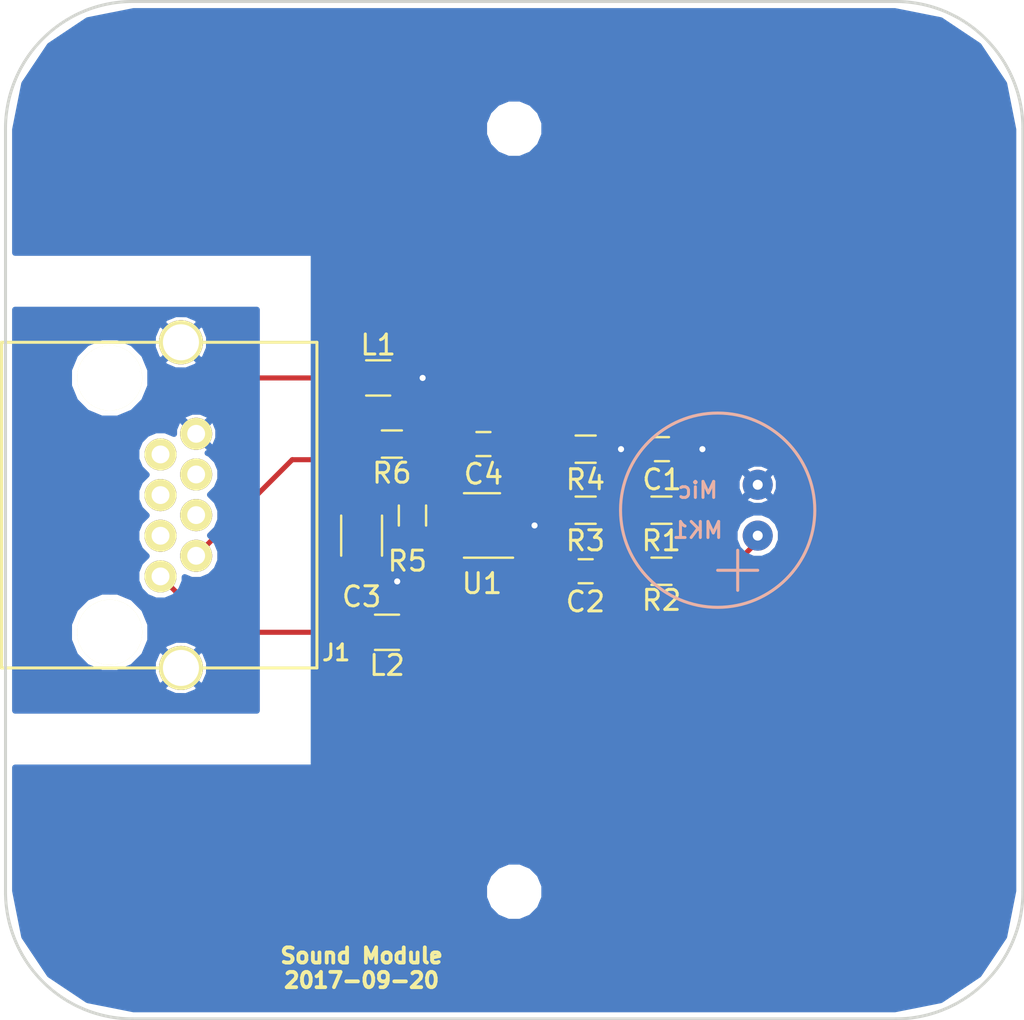
<source format=kicad_pcb>
(kicad_pcb (version 4) (host pcbnew 4.0.5)

  (general
    (links 26)
    (no_connects 0)
    (area 24.925069 25.324999 76.275001 76.275001)
    (thickness 1.6)
    (drawings 9)
    (tracks 71)
    (zones 0)
    (modules 17)
    (nets 11)
  )

  (page A4)
  (layers
    (0 F.Cu signal)
    (31 B.Cu signal)
    (32 B.Adhes user)
    (33 F.Adhes user)
    (34 B.Paste user)
    (35 F.Paste user)
    (36 B.SilkS user)
    (37 F.SilkS user)
    (38 B.Mask user)
    (39 F.Mask user)
    (40 Dwgs.User user)
    (41 Cmts.User user)
    (42 Eco1.User user)
    (43 Eco2.User user)
    (44 Edge.Cuts user)
    (45 Margin user)
    (46 B.CrtYd user)
    (47 F.CrtYd user)
    (48 B.Fab user)
    (49 F.Fab user)
  )

  (setup
    (last_trace_width 0.25)
    (trace_clearance 0.2)
    (zone_clearance 0.254)
    (zone_45_only yes)
    (trace_min 0.2)
    (segment_width 0.2)
    (edge_width 0.15)
    (via_size 0.6)
    (via_drill 0.4)
    (via_min_size 0.4)
    (via_min_drill 0.3)
    (uvia_size 0.3)
    (uvia_drill 0.1)
    (uvias_allowed no)
    (uvia_min_size 0.2)
    (uvia_min_drill 0.1)
    (pcb_text_width 0.3)
    (pcb_text_size 1.5 1.5)
    (mod_edge_width 0.15)
    (mod_text_size 1 1)
    (mod_text_width 0.15)
    (pad_size 1.524 1.524)
    (pad_drill 0.762)
    (pad_to_mask_clearance 0.2)
    (aux_axis_origin 0 0)
    (visible_elements 7FFFFF7F)
    (pcbplotparams
      (layerselection 0x00030_80000001)
      (usegerberextensions false)
      (excludeedgelayer true)
      (linewidth 0.150000)
      (plotframeref false)
      (viasonmask false)
      (mode 1)
      (useauxorigin false)
      (hpglpennumber 1)
      (hpglpenspeed 20)
      (hpglpendiameter 15)
      (hpglpenoverlay 2)
      (psnegative false)
      (psa4output false)
      (plotreference true)
      (plotvalue true)
      (plotinvisibletext false)
      (padsonsilk false)
      (subtractmaskfromsilk false)
      (outputformat 1)
      (mirror false)
      (drillshape 1)
      (scaleselection 1)
      (outputdirectory ""))
  )

  (net 0 "")
  (net 1 GND)
  (net 2 "Net-(C1-Pad1)")
  (net 3 "Net-(C2-Pad2)")
  (net 4 "Net-(C2-Pad1)")
  (net 5 "Net-(C3-Pad2)")
  (net 6 /AN_VAL)
  (net 7 "Net-(C4-Pad1)")
  (net 8 "Net-(J1-Pad8)")
  (net 9 "Net-(J1-Pad1)")
  (net 10 +3V3)

  (net_class Default "This is the default net class."
    (clearance 0.2)
    (trace_width 0.25)
    (via_dia 0.6)
    (via_drill 0.4)
    (uvia_dia 0.3)
    (uvia_drill 0.1)
    (add_net +3V3)
    (add_net /AN_VAL)
    (add_net GND)
    (add_net "Net-(C1-Pad1)")
    (add_net "Net-(C2-Pad1)")
    (add_net "Net-(C2-Pad2)")
    (add_net "Net-(C3-Pad2)")
    (add_net "Net-(C4-Pad1)")
    (add_net "Net-(J1-Pad1)")
    (add_net "Net-(J1-Pad8)")
  )

  (module CA6:RJ45_pcbwing (layer F.Cu) (tedit 59C2CDF0) (tstamp 59C12D05)
    (at 33.02 50.546 270)
    (path /59BF1311)
    (fp_text reference J1 (at 7.366 -8.89 360) (layer F.SilkS)
      (effects (font (size 0.8 0.8) (thickness 0.15)))
    )
    (fp_text value JACK_RJ45 (at -5.08 -8.636 270) (layer F.SilkS) hide
      (effects (font (size 0.8 0.8) (thickness 0.15)))
    )
    (fp_line (start -8.13 7.82) (end -8.13 -7.93) (layer F.SilkS) (width 0.14986))
    (fp_line (start -8.13 -7.93) (end 8.13 -7.93) (layer F.SilkS) (width 0.14986))
    (fp_line (start 8.13 -7.93) (end 8.13 7.82) (layer F.SilkS) (width 0.14986))
    (fp_line (start 8.13 7.82) (end -8.13 7.82) (layer F.SilkS) (width 0.14986))
    (pad 8 thru_hole circle (at -8.13 -1.14 270) (size 2.2 2.2) (drill 1.8) (layers *.Cu *.Mask F.SilkS)
      (net 8 "Net-(J1-Pad8)"))
    (pad 8 thru_hole circle (at 8.13 -1.14 270) (size 2.2 2.2) (drill 1.8) (layers *.Cu *.Mask F.SilkS)
      (net 8 "Net-(J1-Pad8)"))
    (pad "" np_thru_hole circle (at -6.35 2.42 270) (size 3.25 3.25) (drill 3.25) (layers *.Cu *.Mask F.SilkS))
    (pad "" np_thru_hole circle (at 6.35 2.42 270) (size 3.25 3.25) (drill 3.25) (layers *.Cu *.Mask F.SilkS))
    (pad 5 thru_hole circle (at -0.5 -0.12 270) (size 1.6 1.6) (drill 0.89) (layers *.Cu *.Mask F.SilkS))
    (pad 3 thru_hole circle (at 1.53 -0.12 270) (size 1.6 1.6) (drill 0.89) (layers *.Cu *.Mask F.SilkS))
    (pad 6 thru_hole circle (at -1.53 -1.9 270) (size 1.6 1.6) (drill 0.89) (layers *.Cu *.Mask F.SilkS))
    (pad 4 thru_hole circle (at 0.5 -1.9 270) (size 1.6 1.6) (drill 0.89) (layers *.Cu *.Mask F.SilkS))
    (pad 8 thru_hole circle (at -3.56 -1.9 270) (size 1.6 1.6) (drill 0.89) (layers *.Cu *.Mask F.SilkS)
      (net 8 "Net-(J1-Pad8)"))
    (pad 7 thru_hole circle (at -2.53 -0.12 270) (size 1.6 1.6) (drill 0.89) (layers *.Cu *.Mask F.SilkS))
    (pad 2 thru_hole circle (at 2.53 -1.9 270) (size 1.6 1.6) (drill 0.89) (layers *.Cu *.Mask F.SilkS)
      (net 6 /AN_VAL))
    (pad 1 thru_hole circle (at 3.56 -0.12 270) (size 1.6 1.6) (drill 0.89) (layers *.Cu *.Mask F.SilkS)
      (net 9 "Net-(J1-Pad1)"))
  )

  (module Capacitors_SMD:C_0603 (layer F.Cu) (tedit 59958EE7) (tstamp 59C12CBE)
    (at 58.178 47.752)
    (descr "Capacitor SMD 0603, reflow soldering, AVX (see smccp.pdf)")
    (tags "capacitor 0603")
    (path /59BF0968)
    (attr smd)
    (fp_text reference C1 (at 0 1.524) (layer F.SilkS)
      (effects (font (size 1 1) (thickness 0.15)))
    )
    (fp_text value 0.1uF (at 0 1.5) (layer F.Fab)
      (effects (font (size 1 1) (thickness 0.15)))
    )
    (fp_line (start 1.4 0.65) (end -1.4 0.65) (layer F.CrtYd) (width 0.05))
    (fp_line (start 1.4 0.65) (end 1.4 -0.65) (layer F.CrtYd) (width 0.05))
    (fp_line (start -1.4 -0.65) (end -1.4 0.65) (layer F.CrtYd) (width 0.05))
    (fp_line (start -1.4 -0.65) (end 1.4 -0.65) (layer F.CrtYd) (width 0.05))
    (fp_line (start 0.35 0.6) (end -0.35 0.6) (layer F.SilkS) (width 0.12))
    (fp_line (start -0.35 -0.6) (end 0.35 -0.6) (layer F.SilkS) (width 0.12))
    (fp_line (start -0.8 -0.4) (end 0.8 -0.4) (layer F.Fab) (width 0.1))
    (fp_line (start 0.8 -0.4) (end 0.8 0.4) (layer F.Fab) (width 0.1))
    (fp_line (start 0.8 0.4) (end -0.8 0.4) (layer F.Fab) (width 0.1))
    (fp_line (start -0.8 0.4) (end -0.8 -0.4) (layer F.Fab) (width 0.1))
    (fp_text user %R (at 0 0) (layer F.Fab)
      (effects (font (size 0.3 0.3) (thickness 0.075)))
    )
    (pad 2 smd rect (at 0.75 0) (size 0.8 0.75) (layers F.Cu F.Paste F.Mask)
      (net 1 GND))
    (pad 1 smd rect (at -0.75 0) (size 0.8 0.75) (layers F.Cu F.Paste F.Mask)
      (net 2 "Net-(C1-Pad1)"))
    (model Capacitors_SMD.3dshapes/C_0603.wrl
      (at (xyz 0 0 0))
      (scale (xyz 1 1 1))
      (rotate (xyz 0 0 0))
    )
  )

  (module Capacitors_SMD:C_0603 (layer F.Cu) (tedit 59958EE7) (tstamp 59C12CCF)
    (at 54.368 53.848)
    (descr "Capacitor SMD 0603, reflow soldering, AVX (see smccp.pdf)")
    (tags "capacitor 0603")
    (path /59BFDB54)
    (attr smd)
    (fp_text reference C2 (at -0.012 1.524) (layer F.SilkS)
      (effects (font (size 1 1) (thickness 0.15)))
    )
    (fp_text value 0.01uF (at 0 1.5) (layer F.Fab)
      (effects (font (size 1 1) (thickness 0.15)))
    )
    (fp_line (start 1.4 0.65) (end -1.4 0.65) (layer F.CrtYd) (width 0.05))
    (fp_line (start 1.4 0.65) (end 1.4 -0.65) (layer F.CrtYd) (width 0.05))
    (fp_line (start -1.4 -0.65) (end -1.4 0.65) (layer F.CrtYd) (width 0.05))
    (fp_line (start -1.4 -0.65) (end 1.4 -0.65) (layer F.CrtYd) (width 0.05))
    (fp_line (start 0.35 0.6) (end -0.35 0.6) (layer F.SilkS) (width 0.12))
    (fp_line (start -0.35 -0.6) (end 0.35 -0.6) (layer F.SilkS) (width 0.12))
    (fp_line (start -0.8 -0.4) (end 0.8 -0.4) (layer F.Fab) (width 0.1))
    (fp_line (start 0.8 -0.4) (end 0.8 0.4) (layer F.Fab) (width 0.1))
    (fp_line (start 0.8 0.4) (end -0.8 0.4) (layer F.Fab) (width 0.1))
    (fp_line (start -0.8 0.4) (end -0.8 -0.4) (layer F.Fab) (width 0.1))
    (fp_text user %R (at 0 0) (layer F.Fab)
      (effects (font (size 0.3 0.3) (thickness 0.075)))
    )
    (pad 2 smd rect (at 0.75 0) (size 0.8 0.75) (layers F.Cu F.Paste F.Mask)
      (net 3 "Net-(C2-Pad2)"))
    (pad 1 smd rect (at -0.75 0) (size 0.8 0.75) (layers F.Cu F.Paste F.Mask)
      (net 4 "Net-(C2-Pad1)"))
    (model Capacitors_SMD.3dshapes/C_0603.wrl
      (at (xyz 0 0 0))
      (scale (xyz 1 1 1))
      (rotate (xyz 0 0 0))
    )
  )

  (module Capacitors_SMD:C_1206 (layer F.Cu) (tedit 58AA84B8) (tstamp 59C12CE0)
    (at 43.18 52.07 90)
    (descr "Capacitor SMD 1206, reflow soldering, AVX (see smccp.pdf)")
    (tags "capacitor 1206")
    (path /59BFEF22)
    (attr smd)
    (fp_text reference C3 (at -3.048 0 180) (layer F.SilkS)
      (effects (font (size 1 1) (thickness 0.15)))
    )
    (fp_text value 10uF (at 0 2 90) (layer F.Fab)
      (effects (font (size 1 1) (thickness 0.15)))
    )
    (fp_text user %R (at 0 -1.75 90) (layer F.Fab)
      (effects (font (size 1 1) (thickness 0.15)))
    )
    (fp_line (start -1.6 0.8) (end -1.6 -0.8) (layer F.Fab) (width 0.1))
    (fp_line (start 1.6 0.8) (end -1.6 0.8) (layer F.Fab) (width 0.1))
    (fp_line (start 1.6 -0.8) (end 1.6 0.8) (layer F.Fab) (width 0.1))
    (fp_line (start -1.6 -0.8) (end 1.6 -0.8) (layer F.Fab) (width 0.1))
    (fp_line (start 1 -1.02) (end -1 -1.02) (layer F.SilkS) (width 0.12))
    (fp_line (start -1 1.02) (end 1 1.02) (layer F.SilkS) (width 0.12))
    (fp_line (start -2.25 -1.05) (end 2.25 -1.05) (layer F.CrtYd) (width 0.05))
    (fp_line (start -2.25 -1.05) (end -2.25 1.05) (layer F.CrtYd) (width 0.05))
    (fp_line (start 2.25 1.05) (end 2.25 -1.05) (layer F.CrtYd) (width 0.05))
    (fp_line (start 2.25 1.05) (end -2.25 1.05) (layer F.CrtYd) (width 0.05))
    (pad 1 smd rect (at -1.5 0 90) (size 1 1.6) (layers F.Cu F.Paste F.Mask)
      (net 1 GND))
    (pad 2 smd rect (at 1.5 0 90) (size 1 1.6) (layers F.Cu F.Paste F.Mask)
      (net 5 "Net-(C3-Pad2)"))
    (model Capacitors_SMD.3dshapes/C_1206.wrl
      (at (xyz 0 0 0))
      (scale (xyz 1 1 1))
      (rotate (xyz 0 0 0))
    )
  )

  (module Capacitors_SMD:C_0603 (layer F.Cu) (tedit 59958EE7) (tstamp 59C12CF1)
    (at 49.264 47.498 180)
    (descr "Capacitor SMD 0603, reflow soldering, AVX (see smccp.pdf)")
    (tags "capacitor 0603")
    (path /59BFF149)
    (attr smd)
    (fp_text reference C4 (at 0 -1.5 180) (layer F.SilkS)
      (effects (font (size 1 1) (thickness 0.15)))
    )
    (fp_text value 100pF (at 0 1.5 180) (layer F.Fab)
      (effects (font (size 1 1) (thickness 0.15)))
    )
    (fp_line (start 1.4 0.65) (end -1.4 0.65) (layer F.CrtYd) (width 0.05))
    (fp_line (start 1.4 0.65) (end 1.4 -0.65) (layer F.CrtYd) (width 0.05))
    (fp_line (start -1.4 -0.65) (end -1.4 0.65) (layer F.CrtYd) (width 0.05))
    (fp_line (start -1.4 -0.65) (end 1.4 -0.65) (layer F.CrtYd) (width 0.05))
    (fp_line (start 0.35 0.6) (end -0.35 0.6) (layer F.SilkS) (width 0.12))
    (fp_line (start -0.35 -0.6) (end 0.35 -0.6) (layer F.SilkS) (width 0.12))
    (fp_line (start -0.8 -0.4) (end 0.8 -0.4) (layer F.Fab) (width 0.1))
    (fp_line (start 0.8 -0.4) (end 0.8 0.4) (layer F.Fab) (width 0.1))
    (fp_line (start 0.8 0.4) (end -0.8 0.4) (layer F.Fab) (width 0.1))
    (fp_line (start -0.8 0.4) (end -0.8 -0.4) (layer F.Fab) (width 0.1))
    (fp_text user %R (at 0 0 180) (layer F.Fab)
      (effects (font (size 0.3 0.3) (thickness 0.075)))
    )
    (pad 2 smd rect (at 0.75 0 180) (size 0.8 0.75) (layers F.Cu F.Paste F.Mask)
      (net 6 /AN_VAL))
    (pad 1 smd rect (at -0.75 0 180) (size 0.8 0.75) (layers F.Cu F.Paste F.Mask)
      (net 7 "Net-(C4-Pad1)"))
    (model Capacitors_SMD.3dshapes/C_0603.wrl
      (at (xyz 0 0 0))
      (scale (xyz 1 1 1))
      (rotate (xyz 0 0 0))
    )
  )

  (module Resistors_SMD:R_0805 (layer F.Cu) (tedit 59C2CDF6) (tstamp 59C12D16)
    (at 44.008 44.196)
    (descr "Resistor SMD 0805, reflow soldering, Vishay (see dcrcw.pdf)")
    (tags "resistor 0805")
    (path /59C00684)
    (attr smd)
    (fp_text reference L1 (at 0 -1.65) (layer F.SilkS)
      (effects (font (size 1 1) (thickness 0.15)))
    )
    (fp_text value Ferrite_Bead (at 0 1.75) (layer F.Fab) hide
      (effects (font (size 1 1) (thickness 0.15)))
    )
    (fp_text user %R (at 0 0) (layer F.Fab)
      (effects (font (size 0.5 0.5) (thickness 0.075)))
    )
    (fp_line (start -1 0.62) (end -1 -0.62) (layer F.Fab) (width 0.1))
    (fp_line (start 1 0.62) (end -1 0.62) (layer F.Fab) (width 0.1))
    (fp_line (start 1 -0.62) (end 1 0.62) (layer F.Fab) (width 0.1))
    (fp_line (start -1 -0.62) (end 1 -0.62) (layer F.Fab) (width 0.1))
    (fp_line (start 0.6 0.88) (end -0.6 0.88) (layer F.SilkS) (width 0.12))
    (fp_line (start -0.6 -0.88) (end 0.6 -0.88) (layer F.SilkS) (width 0.12))
    (fp_line (start -1.55 -0.9) (end 1.55 -0.9) (layer F.CrtYd) (width 0.05))
    (fp_line (start -1.55 -0.9) (end -1.55 0.9) (layer F.CrtYd) (width 0.05))
    (fp_line (start 1.55 0.9) (end 1.55 -0.9) (layer F.CrtYd) (width 0.05))
    (fp_line (start 1.55 0.9) (end -1.55 0.9) (layer F.CrtYd) (width 0.05))
    (pad 1 smd rect (at -0.95 0) (size 0.7 1.3) (layers F.Cu F.Paste F.Mask)
      (net 8 "Net-(J1-Pad8)"))
    (pad 2 smd rect (at 0.95 0) (size 0.7 1.3) (layers F.Cu F.Paste F.Mask)
      (net 1 GND))
    (model ${KISYS3DMOD}/Resistors_SMD.3dshapes/R_0805.wrl
      (at (xyz 0 0 0))
      (scale (xyz 1 1 1))
      (rotate (xyz 0 0 0))
    )
  )

  (module Resistors_SMD:R_0805 (layer F.Cu) (tedit 59C2CDE1) (tstamp 59C12D27)
    (at 44.45 56.896 180)
    (descr "Resistor SMD 0805, reflow soldering, Vishay (see dcrcw.pdf)")
    (tags "resistor 0805")
    (path /59BF0A07)
    (attr smd)
    (fp_text reference L2 (at 0 -1.65 180) (layer F.SilkS)
      (effects (font (size 1 1) (thickness 0.15)))
    )
    (fp_text value Ferrite_Bead (at 0 1.75 180) (layer F.Fab) hide
      (effects (font (size 1 1) (thickness 0.15)))
    )
    (fp_text user %R (at 0 0 180) (layer F.Fab)
      (effects (font (size 0.5 0.5) (thickness 0.075)))
    )
    (fp_line (start -1 0.62) (end -1 -0.62) (layer F.Fab) (width 0.1))
    (fp_line (start 1 0.62) (end -1 0.62) (layer F.Fab) (width 0.1))
    (fp_line (start 1 -0.62) (end 1 0.62) (layer F.Fab) (width 0.1))
    (fp_line (start -1 -0.62) (end 1 -0.62) (layer F.Fab) (width 0.1))
    (fp_line (start 0.6 0.88) (end -0.6 0.88) (layer F.SilkS) (width 0.12))
    (fp_line (start -0.6 -0.88) (end 0.6 -0.88) (layer F.SilkS) (width 0.12))
    (fp_line (start -1.55 -0.9) (end 1.55 -0.9) (layer F.CrtYd) (width 0.05))
    (fp_line (start -1.55 -0.9) (end -1.55 0.9) (layer F.CrtYd) (width 0.05))
    (fp_line (start 1.55 0.9) (end 1.55 -0.9) (layer F.CrtYd) (width 0.05))
    (fp_line (start 1.55 0.9) (end -1.55 0.9) (layer F.CrtYd) (width 0.05))
    (pad 1 smd rect (at -0.95 0 180) (size 0.7 1.3) (layers F.Cu F.Paste F.Mask)
      (net 10 +3V3))
    (pad 2 smd rect (at 0.95 0 180) (size 0.7 1.3) (layers F.Cu F.Paste F.Mask)
      (net 9 "Net-(J1-Pad1)"))
    (model ${KISYS3DMOD}/Resistors_SMD.3dshapes/R_0805.wrl
      (at (xyz 0 0 0))
      (scale (xyz 1 1 1))
      (rotate (xyz 0 0 0))
    )
  )

  (module CA6:MIC_CMA-4544PF (layer B.Cu) (tedit 59C12FFC) (tstamp 59C12D30)
    (at 60.96 50.8)
    (tags "CMS SM")
    (path /59BF08F8)
    (attr smd)
    (fp_text reference MK1 (at -1 1) (layer B.SilkS)
      (effects (font (size 0.8 0.8) (thickness 0.15)) (justify mirror))
    )
    (fp_text value Mic (at -1 -1) (layer B.SilkS)
      (effects (font (size 0.8 0.8) (thickness 0.15)) (justify mirror))
    )
    (fp_line (start 0 3) (end 2 3) (layer B.SilkS) (width 0.1524))
    (fp_line (start 1 4) (end 1 2) (layer B.SilkS) (width 0.1524))
    (fp_circle (center 0 0) (end 4.85 0) (layer B.SilkS) (width 0.1524))
    (pad 1 thru_hole circle (at 2 -1.27) (size 1.5 1.5) (drill 0.5) (layers *.Cu *.Mask)
      (net 1 GND))
    (pad 2 thru_hole circle (at 2 1.27) (size 1.5 1.5) (drill 0.5) (layers *.Cu *.Mask)
      (net 3 "Net-(C2-Pad2)"))
  )

  (module Resistors_SMD:R_0603 (layer F.Cu) (tedit 58E0A804) (tstamp 59C12D41)
    (at 58.154 50.8)
    (descr "Resistor SMD 0603, reflow soldering, Vishay (see dcrcw.pdf)")
    (tags "resistor 0603")
    (path /59BF092D)
    (attr smd)
    (fp_text reference R1 (at -0.012 1.524) (layer F.SilkS)
      (effects (font (size 1 1) (thickness 0.15)))
    )
    (fp_text value 1K (at 0 1.5) (layer F.Fab)
      (effects (font (size 1 1) (thickness 0.15)))
    )
    (fp_text user %R (at 0 0) (layer F.Fab)
      (effects (font (size 0.4 0.4) (thickness 0.075)))
    )
    (fp_line (start -0.8 0.4) (end -0.8 -0.4) (layer F.Fab) (width 0.1))
    (fp_line (start 0.8 0.4) (end -0.8 0.4) (layer F.Fab) (width 0.1))
    (fp_line (start 0.8 -0.4) (end 0.8 0.4) (layer F.Fab) (width 0.1))
    (fp_line (start -0.8 -0.4) (end 0.8 -0.4) (layer F.Fab) (width 0.1))
    (fp_line (start 0.5 0.68) (end -0.5 0.68) (layer F.SilkS) (width 0.12))
    (fp_line (start -0.5 -0.68) (end 0.5 -0.68) (layer F.SilkS) (width 0.12))
    (fp_line (start -1.25 -0.7) (end 1.25 -0.7) (layer F.CrtYd) (width 0.05))
    (fp_line (start -1.25 -0.7) (end -1.25 0.7) (layer F.CrtYd) (width 0.05))
    (fp_line (start 1.25 0.7) (end 1.25 -0.7) (layer F.CrtYd) (width 0.05))
    (fp_line (start 1.25 0.7) (end -1.25 0.7) (layer F.CrtYd) (width 0.05))
    (pad 1 smd rect (at -0.75 0) (size 0.5 0.9) (layers F.Cu F.Paste F.Mask)
      (net 10 +3V3))
    (pad 2 smd rect (at 0.75 0) (size 0.5 0.9) (layers F.Cu F.Paste F.Mask)
      (net 2 "Net-(C1-Pad1)"))
    (model ${KISYS3DMOD}/Resistors_SMD.3dshapes/R_0603.wrl
      (at (xyz 0 0 0))
      (scale (xyz 1 1 1))
      (rotate (xyz 0 0 0))
    )
  )

  (module Resistors_SMD:R_0603 (layer F.Cu) (tedit 58E0A804) (tstamp 59C12D52)
    (at 58.154 53.848 180)
    (descr "Resistor SMD 0603, reflow soldering, Vishay (see dcrcw.pdf)")
    (tags "resistor 0603")
    (path /59BFD37D)
    (attr smd)
    (fp_text reference R2 (at 0 -1.45 180) (layer F.SilkS)
      (effects (font (size 1 1) (thickness 0.15)))
    )
    (fp_text value 1K (at 0 1.5 180) (layer F.Fab)
      (effects (font (size 1 1) (thickness 0.15)))
    )
    (fp_text user %R (at 0 0 180) (layer F.Fab)
      (effects (font (size 0.4 0.4) (thickness 0.075)))
    )
    (fp_line (start -0.8 0.4) (end -0.8 -0.4) (layer F.Fab) (width 0.1))
    (fp_line (start 0.8 0.4) (end -0.8 0.4) (layer F.Fab) (width 0.1))
    (fp_line (start 0.8 -0.4) (end 0.8 0.4) (layer F.Fab) (width 0.1))
    (fp_line (start -0.8 -0.4) (end 0.8 -0.4) (layer F.Fab) (width 0.1))
    (fp_line (start 0.5 0.68) (end -0.5 0.68) (layer F.SilkS) (width 0.12))
    (fp_line (start -0.5 -0.68) (end 0.5 -0.68) (layer F.SilkS) (width 0.12))
    (fp_line (start -1.25 -0.7) (end 1.25 -0.7) (layer F.CrtYd) (width 0.05))
    (fp_line (start -1.25 -0.7) (end -1.25 0.7) (layer F.CrtYd) (width 0.05))
    (fp_line (start 1.25 0.7) (end 1.25 -0.7) (layer F.CrtYd) (width 0.05))
    (fp_line (start 1.25 0.7) (end -1.25 0.7) (layer F.CrtYd) (width 0.05))
    (pad 1 smd rect (at -0.75 0 180) (size 0.5 0.9) (layers F.Cu F.Paste F.Mask)
      (net 2 "Net-(C1-Pad1)"))
    (pad 2 smd rect (at 0.75 0 180) (size 0.5 0.9) (layers F.Cu F.Paste F.Mask)
      (net 3 "Net-(C2-Pad2)"))
    (model ${KISYS3DMOD}/Resistors_SMD.3dshapes/R_0603.wrl
      (at (xyz 0 0 0))
      (scale (xyz 1 1 1))
      (rotate (xyz 0 0 0))
    )
  )

  (module Resistors_SMD:R_0603 (layer F.Cu) (tedit 58E0A804) (tstamp 59C12D63)
    (at 54.368 50.8 180)
    (descr "Resistor SMD 0603, reflow soldering, Vishay (see dcrcw.pdf)")
    (tags "resistor 0603")
    (path /59BFE43A)
    (attr smd)
    (fp_text reference R3 (at 0.012 -1.524 180) (layer F.SilkS)
      (effects (font (size 1 1) (thickness 0.15)))
    )
    (fp_text value 1M (at 0 1.5 180) (layer F.Fab)
      (effects (font (size 1 1) (thickness 0.15)))
    )
    (fp_text user %R (at 0 0 180) (layer F.Fab)
      (effects (font (size 0.4 0.4) (thickness 0.075)))
    )
    (fp_line (start -0.8 0.4) (end -0.8 -0.4) (layer F.Fab) (width 0.1))
    (fp_line (start 0.8 0.4) (end -0.8 0.4) (layer F.Fab) (width 0.1))
    (fp_line (start 0.8 -0.4) (end 0.8 0.4) (layer F.Fab) (width 0.1))
    (fp_line (start -0.8 -0.4) (end 0.8 -0.4) (layer F.Fab) (width 0.1))
    (fp_line (start 0.5 0.68) (end -0.5 0.68) (layer F.SilkS) (width 0.12))
    (fp_line (start -0.5 -0.68) (end 0.5 -0.68) (layer F.SilkS) (width 0.12))
    (fp_line (start -1.25 -0.7) (end 1.25 -0.7) (layer F.CrtYd) (width 0.05))
    (fp_line (start -1.25 -0.7) (end -1.25 0.7) (layer F.CrtYd) (width 0.05))
    (fp_line (start 1.25 0.7) (end 1.25 -0.7) (layer F.CrtYd) (width 0.05))
    (fp_line (start 1.25 0.7) (end -1.25 0.7) (layer F.CrtYd) (width 0.05))
    (pad 1 smd rect (at -0.75 0 180) (size 0.5 0.9) (layers F.Cu F.Paste F.Mask)
      (net 10 +3V3))
    (pad 2 smd rect (at 0.75 0 180) (size 0.5 0.9) (layers F.Cu F.Paste F.Mask)
      (net 4 "Net-(C2-Pad1)"))
    (model ${KISYS3DMOD}/Resistors_SMD.3dshapes/R_0603.wrl
      (at (xyz 0 0 0))
      (scale (xyz 1 1 1))
      (rotate (xyz 0 0 0))
    )
  )

  (module Resistors_SMD:R_0603 (layer F.Cu) (tedit 58E0A804) (tstamp 59C12D74)
    (at 54.368 47.752)
    (descr "Resistor SMD 0603, reflow soldering, Vishay (see dcrcw.pdf)")
    (tags "resistor 0603")
    (path /59BFE510)
    (attr smd)
    (fp_text reference R4 (at -0.012 1.524) (layer F.SilkS)
      (effects (font (size 1 1) (thickness 0.15)))
    )
    (fp_text value 1M (at 0 1.5) (layer F.Fab)
      (effects (font (size 1 1) (thickness 0.15)))
    )
    (fp_text user %R (at 0 0) (layer F.Fab)
      (effects (font (size 0.4 0.4) (thickness 0.075)))
    )
    (fp_line (start -0.8 0.4) (end -0.8 -0.4) (layer F.Fab) (width 0.1))
    (fp_line (start 0.8 0.4) (end -0.8 0.4) (layer F.Fab) (width 0.1))
    (fp_line (start 0.8 -0.4) (end 0.8 0.4) (layer F.Fab) (width 0.1))
    (fp_line (start -0.8 -0.4) (end 0.8 -0.4) (layer F.Fab) (width 0.1))
    (fp_line (start 0.5 0.68) (end -0.5 0.68) (layer F.SilkS) (width 0.12))
    (fp_line (start -0.5 -0.68) (end 0.5 -0.68) (layer F.SilkS) (width 0.12))
    (fp_line (start -1.25 -0.7) (end 1.25 -0.7) (layer F.CrtYd) (width 0.05))
    (fp_line (start -1.25 -0.7) (end -1.25 0.7) (layer F.CrtYd) (width 0.05))
    (fp_line (start 1.25 0.7) (end 1.25 -0.7) (layer F.CrtYd) (width 0.05))
    (fp_line (start 1.25 0.7) (end -1.25 0.7) (layer F.CrtYd) (width 0.05))
    (pad 1 smd rect (at -0.75 0) (size 0.5 0.9) (layers F.Cu F.Paste F.Mask)
      (net 4 "Net-(C2-Pad1)"))
    (pad 2 smd rect (at 0.75 0) (size 0.5 0.9) (layers F.Cu F.Paste F.Mask)
      (net 1 GND))
    (model ${KISYS3DMOD}/Resistors_SMD.3dshapes/R_0603.wrl
      (at (xyz 0 0 0))
      (scale (xyz 1 1 1))
      (rotate (xyz 0 0 0))
    )
  )

  (module Resistors_SMD:R_0603 (layer F.Cu) (tedit 58E0A804) (tstamp 59C12D85)
    (at 45.72 51.066 270)
    (descr "Resistor SMD 0603, reflow soldering, Vishay (see dcrcw.pdf)")
    (tags "resistor 0603")
    (path /59BFF2B5)
    (attr smd)
    (fp_text reference R5 (at 2.274 0.254 360) (layer F.SilkS)
      (effects (font (size 1 1) (thickness 0.15)))
    )
    (fp_text value 1K (at 0 1.5 270) (layer F.Fab)
      (effects (font (size 1 1) (thickness 0.15)))
    )
    (fp_text user %R (at 0 0 270) (layer F.Fab)
      (effects (font (size 0.4 0.4) (thickness 0.075)))
    )
    (fp_line (start -0.8 0.4) (end -0.8 -0.4) (layer F.Fab) (width 0.1))
    (fp_line (start 0.8 0.4) (end -0.8 0.4) (layer F.Fab) (width 0.1))
    (fp_line (start 0.8 -0.4) (end 0.8 0.4) (layer F.Fab) (width 0.1))
    (fp_line (start -0.8 -0.4) (end 0.8 -0.4) (layer F.Fab) (width 0.1))
    (fp_line (start 0.5 0.68) (end -0.5 0.68) (layer F.SilkS) (width 0.12))
    (fp_line (start -0.5 -0.68) (end 0.5 -0.68) (layer F.SilkS) (width 0.12))
    (fp_line (start -1.25 -0.7) (end 1.25 -0.7) (layer F.CrtYd) (width 0.05))
    (fp_line (start -1.25 -0.7) (end -1.25 0.7) (layer F.CrtYd) (width 0.05))
    (fp_line (start 1.25 0.7) (end 1.25 -0.7) (layer F.CrtYd) (width 0.05))
    (fp_line (start 1.25 0.7) (end -1.25 0.7) (layer F.CrtYd) (width 0.05))
    (pad 1 smd rect (at -0.75 0 270) (size 0.5 0.9) (layers F.Cu F.Paste F.Mask)
      (net 7 "Net-(C4-Pad1)"))
    (pad 2 smd rect (at 0.75 0 270) (size 0.5 0.9) (layers F.Cu F.Paste F.Mask)
      (net 5 "Net-(C3-Pad2)"))
    (model ${KISYS3DMOD}/Resistors_SMD.3dshapes/R_0603.wrl
      (at (xyz 0 0 0))
      (scale (xyz 1 1 1))
      (rotate (xyz 0 0 0))
    )
  )

  (module Resistors_SMD:R_0603 (layer F.Cu) (tedit 58E0A804) (tstamp 59C12D96)
    (at 44.692 47.498 180)
    (descr "Resistor SMD 0603, reflow soldering, Vishay (see dcrcw.pdf)")
    (tags "resistor 0603")
    (path /59BFF4E5)
    (attr smd)
    (fp_text reference R6 (at 0 -1.45 180) (layer F.SilkS)
      (effects (font (size 1 1) (thickness 0.15)))
    )
    (fp_text value 100K (at 0 1.5 180) (layer F.Fab)
      (effects (font (size 1 1) (thickness 0.15)))
    )
    (fp_text user %R (at 0 0 180) (layer F.Fab)
      (effects (font (size 0.4 0.4) (thickness 0.075)))
    )
    (fp_line (start -0.8 0.4) (end -0.8 -0.4) (layer F.Fab) (width 0.1))
    (fp_line (start 0.8 0.4) (end -0.8 0.4) (layer F.Fab) (width 0.1))
    (fp_line (start 0.8 -0.4) (end 0.8 0.4) (layer F.Fab) (width 0.1))
    (fp_line (start -0.8 -0.4) (end 0.8 -0.4) (layer F.Fab) (width 0.1))
    (fp_line (start 0.5 0.68) (end -0.5 0.68) (layer F.SilkS) (width 0.12))
    (fp_line (start -0.5 -0.68) (end 0.5 -0.68) (layer F.SilkS) (width 0.12))
    (fp_line (start -1.25 -0.7) (end 1.25 -0.7) (layer F.CrtYd) (width 0.05))
    (fp_line (start -1.25 -0.7) (end -1.25 0.7) (layer F.CrtYd) (width 0.05))
    (fp_line (start 1.25 0.7) (end 1.25 -0.7) (layer F.CrtYd) (width 0.05))
    (fp_line (start 1.25 0.7) (end -1.25 0.7) (layer F.CrtYd) (width 0.05))
    (pad 1 smd rect (at -0.75 0 180) (size 0.5 0.9) (layers F.Cu F.Paste F.Mask)
      (net 6 /AN_VAL))
    (pad 2 smd rect (at 0.75 0 180) (size 0.5 0.9) (layers F.Cu F.Paste F.Mask)
      (net 7 "Net-(C4-Pad1)"))
    (model ${KISYS3DMOD}/Resistors_SMD.3dshapes/R_0603.wrl
      (at (xyz 0 0 0))
      (scale (xyz 1 1 1))
      (rotate (xyz 0 0 0))
    )
  )

  (module TO_SOT_Packages_SMD:SOT-23-5 (layer F.Cu) (tedit 58CE4E7E) (tstamp 59C12DAB)
    (at 49.192 51.562 180)
    (descr "5-pin SOT23 package")
    (tags SOT-23-5)
    (path /59BF073B)
    (attr smd)
    (fp_text reference U1 (at 0 -2.9 180) (layer F.SilkS)
      (effects (font (size 1 1) (thickness 0.15)))
    )
    (fp_text value MAX4466 (at 0 2.9 180) (layer F.Fab)
      (effects (font (size 1 1) (thickness 0.15)))
    )
    (fp_text user %R (at 0 0 270) (layer F.Fab)
      (effects (font (size 0.5 0.5) (thickness 0.075)))
    )
    (fp_line (start -0.9 1.61) (end 0.9 1.61) (layer F.SilkS) (width 0.12))
    (fp_line (start 0.9 -1.61) (end -1.55 -1.61) (layer F.SilkS) (width 0.12))
    (fp_line (start -1.9 -1.8) (end 1.9 -1.8) (layer F.CrtYd) (width 0.05))
    (fp_line (start 1.9 -1.8) (end 1.9 1.8) (layer F.CrtYd) (width 0.05))
    (fp_line (start 1.9 1.8) (end -1.9 1.8) (layer F.CrtYd) (width 0.05))
    (fp_line (start -1.9 1.8) (end -1.9 -1.8) (layer F.CrtYd) (width 0.05))
    (fp_line (start -0.9 -0.9) (end -0.25 -1.55) (layer F.Fab) (width 0.1))
    (fp_line (start 0.9 -1.55) (end -0.25 -1.55) (layer F.Fab) (width 0.1))
    (fp_line (start -0.9 -0.9) (end -0.9 1.55) (layer F.Fab) (width 0.1))
    (fp_line (start 0.9 1.55) (end -0.9 1.55) (layer F.Fab) (width 0.1))
    (fp_line (start 0.9 -1.55) (end 0.9 1.55) (layer F.Fab) (width 0.1))
    (pad 1 smd rect (at -1.1 -0.95 180) (size 1.06 0.65) (layers F.Cu F.Paste F.Mask)
      (net 4 "Net-(C2-Pad1)"))
    (pad 2 smd rect (at -1.1 0 180) (size 1.06 0.65) (layers F.Cu F.Paste F.Mask)
      (net 1 GND))
    (pad 3 smd rect (at -1.1 0.95 180) (size 1.06 0.65) (layers F.Cu F.Paste F.Mask)
      (net 7 "Net-(C4-Pad1)"))
    (pad 4 smd rect (at 1.1 0.95 180) (size 1.06 0.65) (layers F.Cu F.Paste F.Mask)
      (net 6 /AN_VAL))
    (pad 5 smd rect (at 1.1 -0.95 180) (size 1.06 0.65) (layers F.Cu F.Paste F.Mask)
      (net 10 +3V3))
    (model ${KISYS3DMOD}/TO_SOT_Packages_SMD.3dshapes/SOT-23-5.wrl
      (at (xyz 0 0 0))
      (scale (xyz 1 1 1))
      (rotate (xyz 0 0 0))
    )
  )

  (module Mounting_Holes:MountingHole_2.2mm_M2 (layer F.Cu) (tedit 59C2C638) (tstamp 59C55705)
    (at 50.8 69.85)
    (descr "Mounting Hole 2.2mm, no annular, M2")
    (tags "mounting hole 2.2mm no annular m2")
    (attr virtual)
    (fp_text reference REF** (at 0 -3.2) (layer F.SilkS) hide
      (effects (font (size 1 1) (thickness 0.15)))
    )
    (fp_text value MountingHole_2.2mm_M2 (at 0 3.2) (layer F.Fab) hide
      (effects (font (size 1 1) (thickness 0.15)))
    )
    (fp_text user %R (at 0.3 0) (layer F.Fab) hide
      (effects (font (size 1 1) (thickness 0.15)))
    )
    (fp_circle (center 0 0) (end 2.2 0) (layer Cmts.User) (width 0.15))
    (fp_circle (center 0 0) (end 2.45 0) (layer F.CrtYd) (width 0.05))
    (pad 1 np_thru_hole circle (at 0 0) (size 2.2 2.2) (drill 2.2) (layers *.Cu *.Mask))
  )

  (module Mounting_Holes:MountingHole_2.2mm_M2 (layer F.Cu) (tedit 59C2C638) (tstamp 59C556D9)
    (at 50.8 31.75)
    (descr "Mounting Hole 2.2mm, no annular, M2")
    (tags "mounting hole 2.2mm no annular m2")
    (attr virtual)
    (fp_text reference REF** (at 0 -3.2) (layer F.SilkS) hide
      (effects (font (size 1 1) (thickness 0.15)))
    )
    (fp_text value MountingHole_2.2mm_M2 (at 0 3.2) (layer F.Fab) hide
      (effects (font (size 1 1) (thickness 0.15)))
    )
    (fp_text user %R (at 0.3 0) (layer F.Fab) hide
      (effects (font (size 1 1) (thickness 0.15)))
    )
    (fp_circle (center 0 0) (end 2.2 0) (layer Cmts.User) (width 0.15))
    (fp_circle (center 0 0) (end 2.45 0) (layer F.CrtYd) (width 0.05))
    (pad 1 np_thru_hole circle (at 0 0) (size 2.2 2.2) (drill 2.2) (layers *.Cu *.Mask))
  )

  (gr_text "Sound Module\n2017-09-20" (at 43.18 73.66) (layer F.SilkS)
    (effects (font (size 0.762 0.762) (thickness 0.1905)))
  )
  (gr_arc (start 31.75 69.85) (end 31.75 76.2) (angle 90) (layer Edge.Cuts) (width 0.15))
  (gr_arc (start 69.85 69.85) (end 76.2 69.85) (angle 90) (layer Edge.Cuts) (width 0.15))
  (gr_arc (start 69.85 31.75) (end 69.85 25.4) (angle 90) (layer Edge.Cuts) (width 0.15))
  (gr_arc (start 31.75 31.75) (end 25.4 31.75) (angle 90) (layer Edge.Cuts) (width 0.15))
  (gr_line (start 25.4 69.85) (end 25.4 31.75) (angle 90) (layer Edge.Cuts) (width 0.15))
  (gr_line (start 69.85 76.2) (end 31.75 76.2) (angle 90) (layer Edge.Cuts) (width 0.15))
  (gr_line (start 76.2 31.75) (end 76.2 69.85) (angle 90) (layer Edge.Cuts) (width 0.15))
  (gr_line (start 31.75 25.4) (end 69.85 25.4) (angle 90) (layer Edge.Cuts) (width 0.15))

  (segment (start 44.958 44.196) (end 46.228 44.196) (width 0.254) (layer F.Cu) (net 1))
  (via (at 46.228 44.196) (size 0.6096) (drill 0.3048) (layers F.Cu B.Cu) (net 1))
  (segment (start 43.18 53.57) (end 44.172 53.57) (width 0.254) (layer F.Cu) (net 1))
  (via (at 44.958 54.356) (size 0.6096) (drill 0.3048) (layers F.Cu B.Cu) (net 1))
  (segment (start 44.172 53.57) (end 44.958 54.356) (width 0.254) (layer F.Cu) (net 1) (tstamp 59C13533))
  (segment (start 50.292 51.562) (end 51.816 51.562) (width 0.254) (layer F.Cu) (net 1))
  (via (at 51.816 51.562) (size 0.6096) (drill 0.3048) (layers F.Cu B.Cu) (net 1))
  (segment (start 55.118 47.752) (end 56.134 47.752) (width 0.254) (layer F.Cu) (net 1))
  (via (at 56.134 47.752) (size 0.6096) (drill 0.3048) (layers F.Cu B.Cu) (net 1))
  (segment (start 58.928 47.752) (end 60.198 47.752) (width 0.254) (layer F.Cu) (net 1))
  (via (at 60.198 47.752) (size 0.6096) (drill 0.3048) (layers F.Cu B.Cu) (net 1))
  (segment (start 49.8618 51.562) (end 50.292 51.562) (width 0.254) (layer F.Cu) (net 1))
  (segment (start 58.904 53.848) (end 58.904 50.8) (width 0.254) (layer F.Cu) (net 2))
  (segment (start 58.904 49.9335) (end 57.428 48.4575) (width 0.254) (layer F.Cu) (net 2))
  (segment (start 58.904 50.8) (end 58.904 49.9335) (width 0.254) (layer F.Cu) (net 2))
  (segment (start 57.428 47.752) (end 57.428 48.4575) (width 0.254) (layer F.Cu) (net 2))
  (segment (start 62.992 52.324) (end 60.6874 54.6286) (width 0.254) (layer F.Cu) (net 3))
  (segment (start 57.404 53.848) (end 55.118 53.848) (width 0.254) (layer F.Cu) (net 3))
  (segment (start 57.9845 54.1382) (end 57.9845 53.848) (width 0.254) (layer F.Cu) (net 3))
  (segment (start 58.4749 54.6286) (end 57.9845 54.1382) (width 0.254) (layer F.Cu) (net 3))
  (segment (start 60.6874 54.6286) (end 58.4749 54.6286) (width 0.254) (layer F.Cu) (net 3))
  (segment (start 57.404 53.848) (end 57.9845 53.848) (width 0.254) (layer F.Cu) (net 3))
  (segment (start 53.618 53.848) (end 53.618 53.1425) (width 0.254) (layer F.Cu) (net 4))
  (segment (start 53.618 50.8) (end 53.618 51.5805) (width 0.254) (layer F.Cu) (net 4))
  (segment (start 52.9875 52.211) (end 53.618 51.5805) (width 0.254) (layer F.Cu) (net 4))
  (segment (start 52.9875 52.512) (end 52.9875 52.211) (width 0.254) (layer F.Cu) (net 4))
  (segment (start 50.292 52.512) (end 52.9875 52.512) (width 0.254) (layer F.Cu) (net 4))
  (segment (start 52.9875 52.512) (end 53.618 53.1425) (width 0.254) (layer F.Cu) (net 4))
  (segment (start 53.618 47.752) (end 53.618 50.8) (width 0.254) (layer F.Cu) (net 4))
  (segment (start 43.5955 51.816) (end 43.18 51.4005) (width 0.254) (layer F.Cu) (net 5))
  (segment (start 45.72 51.816) (end 43.5955 51.816) (width 0.254) (layer F.Cu) (net 5))
  (segment (start 43.18 50.57) (end 43.18 51.4005) (width 0.254) (layer F.Cu) (net 5))
  (segment (start 44.6614 48.2786) (end 45.442 47.498) (width 0.254) (layer F.Cu) (net 6))
  (segment (start 39.7174 48.2786) (end 44.6614 48.2786) (width 0.254) (layer F.Cu) (net 6))
  (segment (start 34.92 53.076) (end 39.7174 48.2786) (width 0.254) (layer F.Cu) (net 6))
  (segment (start 45.442 47.498) (end 46.0225 47.498) (width 0.254) (layer F.Cu) (net 6))
  (segment (start 48.092 50.612) (end 47.2315 50.612) (width 0.254) (layer F.Cu) (net 6))
  (segment (start 47.2315 50.612) (end 47.2315 47.7738) (width 0.254) (layer F.Cu) (net 6))
  (segment (start 47.5077 47.7738) (end 47.2315 47.7738) (width 0.254) (layer F.Cu) (net 6))
  (segment (start 47.7835 47.498) (end 47.5077 47.7738) (width 0.254) (layer F.Cu) (net 6))
  (segment (start 46.2983 47.7738) (end 46.0225 47.498) (width 0.254) (layer F.Cu) (net 6))
  (segment (start 47.2315 47.7738) (end 46.2983 47.7738) (width 0.254) (layer F.Cu) (net 6))
  (segment (start 48.514 47.498) (end 47.7835 47.498) (width 0.254) (layer F.Cu) (net 6))
  (segment (start 45.72 50.316) (end 45.72 50.8965) (width 0.254) (layer F.Cu) (net 7))
  (segment (start 50.014 47.498) (end 50.014 48.2035) (width 0.254) (layer F.Cu) (net 7))
  (segment (start 50.014 50.612) (end 50.014 48.2035) (width 0.254) (layer F.Cu) (net 7))
  (segment (start 50.292 50.612) (end 50.014 50.612) (width 0.254) (layer F.Cu) (net 7))
  (segment (start 46.3005 50.8965) (end 45.72 50.8965) (width 0.254) (layer F.Cu) (net 7))
  (segment (start 46.6715 51.2675) (end 46.3005 50.8965) (width 0.254) (layer F.Cu) (net 7))
  (segment (start 48.7662 51.2675) (end 46.6715 51.2675) (width 0.254) (layer F.Cu) (net 7))
  (segment (start 49.4217 50.612) (end 48.7662 51.2675) (width 0.254) (layer F.Cu) (net 7))
  (segment (start 50.014 50.612) (end 49.4217 50.612) (width 0.254) (layer F.Cu) (net 7))
  (segment (start 49.2334 46.7174) (end 50.014 47.498) (width 0.254) (layer F.Cu) (net 7))
  (segment (start 45.0129 46.7174) (end 49.2334 46.7174) (width 0.254) (layer F.Cu) (net 7))
  (segment (start 44.5225 47.2078) (end 45.0129 46.7174) (width 0.254) (layer F.Cu) (net 7))
  (segment (start 44.5225 47.498) (end 44.5225 47.2078) (width 0.254) (layer F.Cu) (net 7))
  (segment (start 43.942 47.498) (end 44.5225 47.498) (width 0.254) (layer F.Cu) (net 7))
  (segment (start 37.71 44.196) (end 34.92 46.986) (width 0.254) (layer F.Cu) (net 8))
  (segment (start 43.058 44.196) (end 37.71 44.196) (width 0.254) (layer F.Cu) (net 8))
  (segment (start 35.93 56.896) (end 33.14 54.106) (width 0.254) (layer F.Cu) (net 9))
  (segment (start 43.5 56.896) (end 35.93 56.896) (width 0.254) (layer F.Cu) (net 9))
  (segment (start 45.4 56.896) (end 46.0805 56.896) (width 0.254) (layer F.Cu) (net 10))
  (segment (start 57.404 50.8) (end 55.118 50.8) (width 0.254) (layer F.Cu) (net 10))
  (segment (start 48.092 52.512) (end 48.092 54.5536) (width 0.254) (layer F.Cu) (net 10))
  (segment (start 48.092 54.8845) (end 46.0805 56.896) (width 0.254) (layer F.Cu) (net 10))
  (segment (start 48.092 54.5536) (end 48.092 54.8845) (width 0.254) (layer F.Cu) (net 10))
  (segment (start 54.1592 54.5536) (end 48.092 54.5536) (width 0.254) (layer F.Cu) (net 10))
  (segment (start 54.3874 54.3254) (end 54.1592 54.5536) (width 0.254) (layer F.Cu) (net 10))
  (segment (start 54.3874 50.9501) (end 54.3874 54.3254) (width 0.254) (layer F.Cu) (net 10))
  (segment (start 54.5375 50.8) (end 54.3874 50.9501) (width 0.254) (layer F.Cu) (net 10))
  (segment (start 55.118 50.8) (end 54.5375 50.8) (width 0.254) (layer F.Cu) (net 10))

  (zone (net 0) (net_name "") (layer F.Cu) (tstamp 59C2C599) (hatch edge 0.508)
    (connect_pads (clearance 0.254))
    (min_thickness 0.3048)
    (keepout (tracks not_allowed) (vias not_allowed) (copperpour allowed))
    (fill (arc_segments 16) (thermal_gap 0.1524) (thermal_bridge_width 0.381))
    (polygon
      (pts
        (xy 38.1 76.2) (xy 25.4 76.2) (xy 25.4 63.5) (xy 38.1 63.5)
      )
    )
  )
  (zone (net 0) (net_name "") (layer F.Cu) (tstamp 59C2C5AE) (hatch edge 0.508)
    (connect_pads (clearance 0.254))
    (min_thickness 0.3048)
    (keepout (tracks not_allowed) (vias not_allowed) (copperpour allowed))
    (fill (arc_segments 16) (thermal_gap 0.1524) (thermal_bridge_width 0.381))
    (polygon
      (pts
        (xy 38.1 38.1) (xy 25.4 38.1) (xy 25.4 25.4) (xy 38.1 25.4)
      )
    )
  )
  (zone (net 0) (net_name "") (layer F.Cu) (tstamp 59C2C5BF) (hatch edge 0.508)
    (connect_pads (clearance 0.254))
    (min_thickness 0.3048)
    (keepout (tracks not_allowed) (vias not_allowed) (copperpour allowed))
    (fill (arc_segments 16) (thermal_gap 0.1524) (thermal_bridge_width 0.381))
    (polygon
      (pts
        (xy 76.2 38.1) (xy 63.5 38.1) (xy 63.5 25.4) (xy 76.2 25.4)
      )
    )
  )
  (zone (net 0) (net_name "") (layer F.Cu) (tstamp 59C2C5D4) (hatch edge 0.508)
    (connect_pads (clearance 0.254))
    (min_thickness 0.3048)
    (keepout (tracks not_allowed) (vias not_allowed) (copperpour allowed))
    (fill (arc_segments 16) (thermal_gap 0.1524) (thermal_bridge_width 0.381))
    (polygon
      (pts
        (xy 76.2 76.2) (xy 63.5 76.2) (xy 63.5 63.5) (xy 76.2 63.5)
      )
    )
  )
  (zone (net 8) (net_name "Net-(J1-Pad8)") (layer B.Cu) (tstamp 59C2CD68) (hatch edge 0.508)
    (connect_pads (clearance 0.254))
    (min_thickness 0.3048)
    (fill yes (arc_segments 16) (thermal_gap 0.1524) (thermal_bridge_width 0.381))
    (polygon
      (pts
        (xy 38.1 60.96) (xy 25.4 60.96) (xy 25.4 40.64) (xy 38.1 40.64)
      )
    )
    (filled_polygon
      (pts
        (xy 37.9476 60.8076) (xy 25.8814 60.8076) (xy 25.8814 59.661486) (xy 33.228396 59.661486) (xy 33.349224 59.856757)
        (xy 33.862797 60.077148) (xy 34.421616 60.084226) (xy 34.940607 59.876916) (xy 34.970776 59.856757) (xy 35.091604 59.661486)
        (xy 34.16 58.729882) (xy 33.228396 59.661486) (xy 25.8814 59.661486) (xy 25.8814 58.937616) (xy 32.751774 58.937616)
        (xy 32.959084 59.456607) (xy 32.979243 59.486776) (xy 33.174514 59.607604) (xy 34.106118 58.676) (xy 34.213882 58.676)
        (xy 35.145486 59.607604) (xy 35.340757 59.486776) (xy 35.561148 58.973203) (xy 35.568226 58.414384) (xy 35.360916 57.895393)
        (xy 35.340757 57.865224) (xy 35.145486 57.744396) (xy 34.213882 58.676) (xy 34.106118 58.676) (xy 33.174514 57.744396)
        (xy 32.979243 57.865224) (xy 32.758852 58.378797) (xy 32.751774 58.937616) (xy 25.8814 58.937616) (xy 25.8814 57.298298)
        (xy 28.568249 57.298298) (xy 28.876859 58.045192) (xy 29.447802 58.617133) (xy 30.194157 58.927046) (xy 31.002298 58.927751)
        (xy 31.749192 58.619141) (xy 32.321133 58.048198) (xy 32.469656 57.690514) (xy 33.228396 57.690514) (xy 34.16 58.622118)
        (xy 35.091604 57.690514) (xy 34.970776 57.495243) (xy 34.457203 57.274852) (xy 33.898384 57.267774) (xy 33.379393 57.475084)
        (xy 33.349224 57.495243) (xy 33.228396 57.690514) (xy 32.469656 57.690514) (xy 32.631046 57.301843) (xy 32.631751 56.493702)
        (xy 32.323141 55.746808) (xy 31.752198 55.174867) (xy 31.005843 54.864954) (xy 30.197702 54.864249) (xy 29.450808 55.172859)
        (xy 28.878867 55.743802) (xy 28.568954 56.490157) (xy 28.568249 57.298298) (xy 25.8814 57.298298) (xy 25.8814 48.254915)
        (xy 31.933391 48.254915) (xy 32.116667 48.698478) (xy 32.448891 49.031283) (xy 32.11786 49.361737) (xy 31.93381 49.804979)
        (xy 31.933391 50.284915) (xy 32.116667 50.728478) (xy 32.448891 51.061283) (xy 32.11786 51.391737) (xy 31.93381 51.834979)
        (xy 31.933391 52.314915) (xy 32.116667 52.758478) (xy 32.448891 53.091283) (xy 32.11786 53.421737) (xy 31.93381 53.864979)
        (xy 31.933391 54.344915) (xy 32.116667 54.788478) (xy 32.455737 55.12814) (xy 32.898979 55.31219) (xy 33.378915 55.312609)
        (xy 33.822478 55.129333) (xy 34.16214 54.790263) (xy 34.34619 54.347021) (xy 34.346367 54.144078) (xy 34.678979 54.28219)
        (xy 35.158915 54.282609) (xy 35.602478 54.099333) (xy 35.94214 53.760263) (xy 36.12619 53.317021) (xy 36.126609 52.837085)
        (xy 35.943333 52.393522) (xy 35.611109 52.060717) (xy 35.94214 51.730263) (xy 36.12619 51.287021) (xy 36.126609 50.807085)
        (xy 35.943333 50.363522) (xy 35.611109 50.030717) (xy 35.94214 49.700263) (xy 36.12619 49.257021) (xy 36.126609 48.777085)
        (xy 35.943333 48.333522) (xy 35.604263 47.99386) (xy 35.490321 47.946547) (xy 35.540714 47.925994) (xy 35.550904 47.919185)
        (xy 35.635205 47.755087) (xy 34.92 47.039882) (xy 34.905858 47.054024) (xy 34.851976 47.000142) (xy 34.866118 46.986)
        (xy 34.973882 46.986) (xy 35.689087 47.701205) (xy 35.853185 47.616904) (xy 36.023587 47.211765) (xy 36.025978 46.772255)
        (xy 35.859994 46.365286) (xy 35.853185 46.355096) (xy 35.689087 46.270795) (xy 34.973882 46.986) (xy 34.866118 46.986)
        (xy 34.150913 46.270795) (xy 33.986815 46.355096) (xy 33.816413 46.760235) (xy 33.815163 46.990081) (xy 33.381021 46.80981)
        (xy 32.901085 46.809391) (xy 32.457522 46.992667) (xy 32.11786 47.331737) (xy 31.93381 47.774979) (xy 31.933391 48.254915)
        (xy 25.8814 48.254915) (xy 25.8814 44.598298) (xy 28.568249 44.598298) (xy 28.876859 45.345192) (xy 29.447802 45.917133)
        (xy 30.194157 46.227046) (xy 31.002298 46.227751) (xy 31.028527 46.216913) (xy 34.204795 46.216913) (xy 34.92 46.932118)
        (xy 35.635205 46.216913) (xy 35.550904 46.052815) (xy 35.145765 45.882413) (xy 34.706255 45.880022) (xy 34.299286 46.046006)
        (xy 34.289096 46.052815) (xy 34.204795 46.216913) (xy 31.028527 46.216913) (xy 31.749192 45.919141) (xy 32.321133 45.348198)
        (xy 32.631046 44.601843) (xy 32.631751 43.793702) (xy 32.469691 43.401486) (xy 33.228396 43.401486) (xy 33.349224 43.596757)
        (xy 33.862797 43.817148) (xy 34.421616 43.824226) (xy 34.940607 43.616916) (xy 34.970776 43.596757) (xy 35.091604 43.401486)
        (xy 34.16 42.469882) (xy 33.228396 43.401486) (xy 32.469691 43.401486) (xy 32.323141 43.046808) (xy 31.954594 42.677616)
        (xy 32.751774 42.677616) (xy 32.959084 43.196607) (xy 32.979243 43.226776) (xy 33.174514 43.347604) (xy 34.106118 42.416)
        (xy 34.213882 42.416) (xy 35.145486 43.347604) (xy 35.340757 43.226776) (xy 35.561148 42.713203) (xy 35.568226 42.154384)
        (xy 35.360916 41.635393) (xy 35.340757 41.605224) (xy 35.145486 41.484396) (xy 34.213882 42.416) (xy 34.106118 42.416)
        (xy 33.174514 41.484396) (xy 32.979243 41.605224) (xy 32.758852 42.118797) (xy 32.751774 42.677616) (xy 31.954594 42.677616)
        (xy 31.752198 42.474867) (xy 31.005843 42.164954) (xy 30.197702 42.164249) (xy 29.450808 42.472859) (xy 28.878867 43.043802)
        (xy 28.568954 43.790157) (xy 28.568249 44.598298) (xy 25.8814 44.598298) (xy 25.8814 41.430514) (xy 33.228396 41.430514)
        (xy 34.16 42.362118) (xy 35.091604 41.430514) (xy 34.970776 41.235243) (xy 34.457203 41.014852) (xy 33.898384 41.007774)
        (xy 33.379393 41.215084) (xy 33.349224 41.235243) (xy 33.228396 41.430514) (xy 25.8814 41.430514) (xy 25.8814 40.7924)
        (xy 37.9476 40.7924)
      )
    )
  )
  (zone (net 1) (net_name GND) (layer B.Cu) (tstamp 59C2CDA0) (hatch edge 0.508)
    (connect_pads (clearance 0.254))
    (min_thickness 0.3048)
    (fill yes (arc_segments 16) (thermal_gap 0.1524) (thermal_bridge_width 0.381))
    (polygon
      (pts
        (xy 76.2 76.2) (xy 25.4 76.2) (xy 25.4 63.5) (xy 40.64 63.5) (xy 40.64 38.1)
        (xy 25.4 38.1) (xy 25.4 25.4) (xy 76.2 25.4)
      )
    )
    (filled_polygon
      (pts
        (xy 72.092207 26.336834) (xy 73.993058 27.606943) (xy 75.263166 29.507793) (xy 75.7186 31.797413) (xy 75.7186 69.802587)
        (xy 75.263166 72.092207) (xy 73.993058 73.993057) (xy 72.092207 75.263166) (xy 69.802587 75.7186) (xy 31.797413 75.7186)
        (xy 29.507793 75.263166) (xy 27.606943 73.993058) (xy 26.336834 72.092207) (xy 25.950173 70.148327) (xy 49.293339 70.148327)
        (xy 49.522192 70.702192) (xy 49.945579 71.126319) (xy 50.499044 71.356138) (xy 51.098327 71.356661) (xy 51.652192 71.127808)
        (xy 52.076319 70.704421) (xy 52.306138 70.150956) (xy 52.306661 69.551673) (xy 52.077808 68.997808) (xy 51.654421 68.573681)
        (xy 51.100956 68.343862) (xy 50.501673 68.343339) (xy 49.947808 68.572192) (xy 49.523681 68.995579) (xy 49.293862 69.549044)
        (xy 49.293339 70.148327) (xy 25.950173 70.148327) (xy 25.8814 69.802587) (xy 25.8814 63.6524) (xy 40.64 63.6524)
        (xy 40.699292 63.640393) (xy 40.749242 63.606264) (xy 40.781977 63.555391) (xy 40.7924 63.5) (xy 40.7924 52.299013)
        (xy 61.8034 52.299013) (xy 61.97908 52.724192) (xy 62.304097 53.049776) (xy 62.728969 53.226199) (xy 63.189013 53.2266)
        (xy 63.614192 53.05092) (xy 63.939776 52.725903) (xy 64.116199 52.301031) (xy 64.1166 51.840987) (xy 63.94092 51.415808)
        (xy 63.615903 51.090224) (xy 63.191031 50.913801) (xy 62.730987 50.9134) (xy 62.305808 51.08908) (xy 61.980224 51.414097)
        (xy 61.803801 51.838969) (xy 61.8034 52.299013) (xy 40.7924 52.299013) (xy 40.7924 50.263014) (xy 62.280868 50.263014)
        (xy 62.359078 50.421918) (xy 62.746143 50.583988) (xy 63.165765 50.585597) (xy 63.554062 50.426502) (xy 63.560922 50.421918)
        (xy 63.639132 50.263014) (xy 62.96 49.583882) (xy 62.280868 50.263014) (xy 40.7924 50.263014) (xy 40.7924 49.735765)
        (xy 61.904403 49.735765) (xy 62.063498 50.124062) (xy 62.068082 50.130922) (xy 62.226986 50.209132) (xy 62.906118 49.53)
        (xy 63.013882 49.53) (xy 63.693014 50.209132) (xy 63.851918 50.130922) (xy 64.013988 49.743857) (xy 64.015597 49.324235)
        (xy 63.856502 48.935938) (xy 63.851918 48.929078) (xy 63.693014 48.850868) (xy 63.013882 49.53) (xy 62.906118 49.53)
        (xy 62.226986 48.850868) (xy 62.068082 48.929078) (xy 61.906012 49.316143) (xy 61.904403 49.735765) (xy 40.7924 49.735765)
        (xy 40.7924 48.796986) (xy 62.280868 48.796986) (xy 62.96 49.476118) (xy 63.639132 48.796986) (xy 63.560922 48.638082)
        (xy 63.173857 48.476012) (xy 62.754235 48.474403) (xy 62.365938 48.633498) (xy 62.359078 48.638082) (xy 62.280868 48.796986)
        (xy 40.7924 48.796986) (xy 40.7924 38.1) (xy 40.780393 38.040708) (xy 40.746264 37.990758) (xy 40.695391 37.958023)
        (xy 40.64 37.9476) (xy 25.8814 37.9476) (xy 25.8814 32.048327) (xy 49.293339 32.048327) (xy 49.522192 32.602192)
        (xy 49.945579 33.026319) (xy 50.499044 33.256138) (xy 51.098327 33.256661) (xy 51.652192 33.027808) (xy 52.076319 32.604421)
        (xy 52.306138 32.050956) (xy 52.306661 31.451673) (xy 52.077808 30.897808) (xy 51.654421 30.473681) (xy 51.100956 30.243862)
        (xy 50.501673 30.243339) (xy 49.947808 30.472192) (xy 49.523681 30.895579) (xy 49.293862 31.449044) (xy 49.293339 32.048327)
        (xy 25.8814 32.048327) (xy 25.8814 31.797413) (xy 26.336834 29.507793) (xy 27.606943 27.606942) (xy 29.507793 26.336834)
        (xy 31.797413 25.8814) (xy 69.802587 25.8814)
      )
    )
  )
)

</source>
